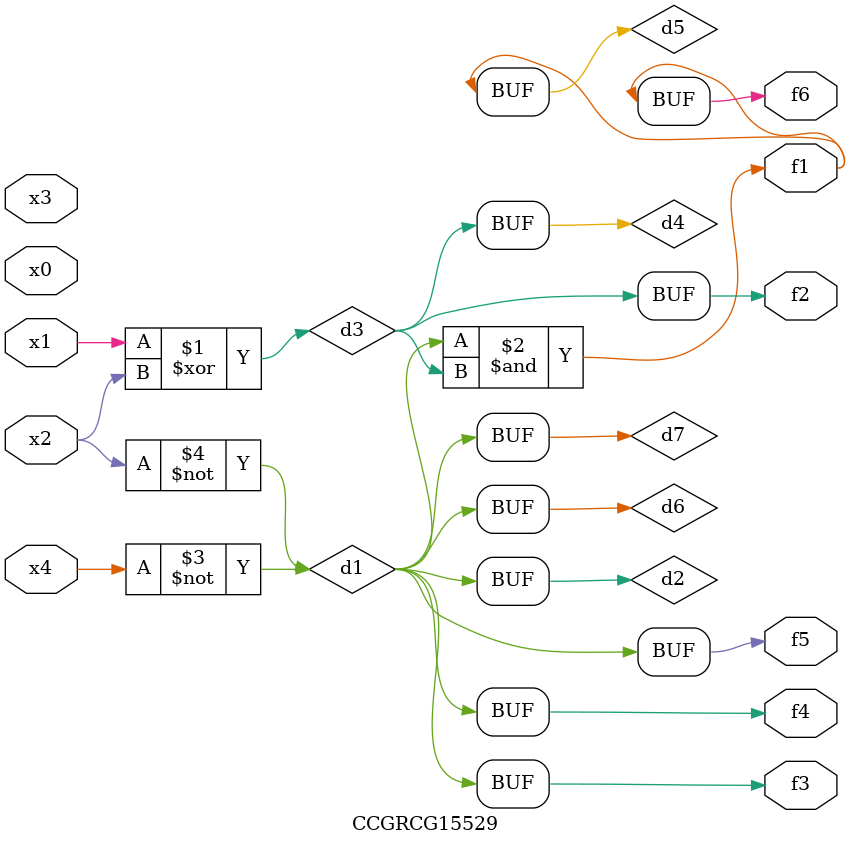
<source format=v>
module CCGRCG15529(
	input x0, x1, x2, x3, x4,
	output f1, f2, f3, f4, f5, f6
);

	wire d1, d2, d3, d4, d5, d6, d7;

	not (d1, x4);
	not (d2, x2);
	xor (d3, x1, x2);
	buf (d4, d3);
	and (d5, d1, d3);
	buf (d6, d1, d2);
	buf (d7, d2);
	assign f1 = d5;
	assign f2 = d4;
	assign f3 = d7;
	assign f4 = d7;
	assign f5 = d7;
	assign f6 = d5;
endmodule

</source>
